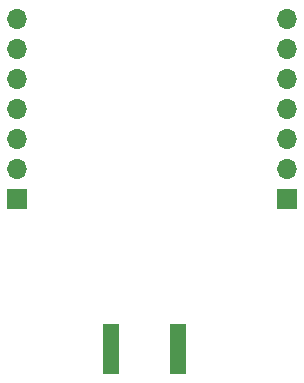
<source format=gbs>
G04 #@! TF.GenerationSoftware,KiCad,Pcbnew,6.0.7+dfsg-1build1*
G04 #@! TF.CreationDate,2022-12-04T12:17:57+01:00*
G04 #@! TF.ProjectId,rfm9xw,72666d39-7877-42e6-9b69-6361645f7063,1*
G04 #@! TF.SameCoordinates,Original*
G04 #@! TF.FileFunction,Soldermask,Bot*
G04 #@! TF.FilePolarity,Negative*
%FSLAX46Y46*%
G04 Gerber Fmt 4.6, Leading zero omitted, Abs format (unit mm)*
G04 Created by KiCad (PCBNEW 6.0.7+dfsg-1build1) date 2022-12-04 12:17:57*
%MOMM*%
%LPD*%
G01*
G04 APERTURE LIST*
%ADD10R,1.350000X4.200000*%
%ADD11R,1.700000X1.700000*%
%ADD12O,1.700000X1.700000*%
G04 APERTURE END LIST*
D10*
X103190000Y-76050000D03*
X97540000Y-76050000D03*
D11*
X112430000Y-63315000D03*
D12*
X112430000Y-60775000D03*
X112430000Y-58235000D03*
X112430000Y-55695000D03*
X112430000Y-53155000D03*
X112430000Y-50615000D03*
X112430000Y-48075000D03*
D11*
X89570000Y-63315000D03*
D12*
X89570000Y-60775000D03*
X89570000Y-58235000D03*
X89570000Y-55695000D03*
X89570000Y-53155000D03*
X89570000Y-50615000D03*
X89570000Y-48075000D03*
M02*

</source>
